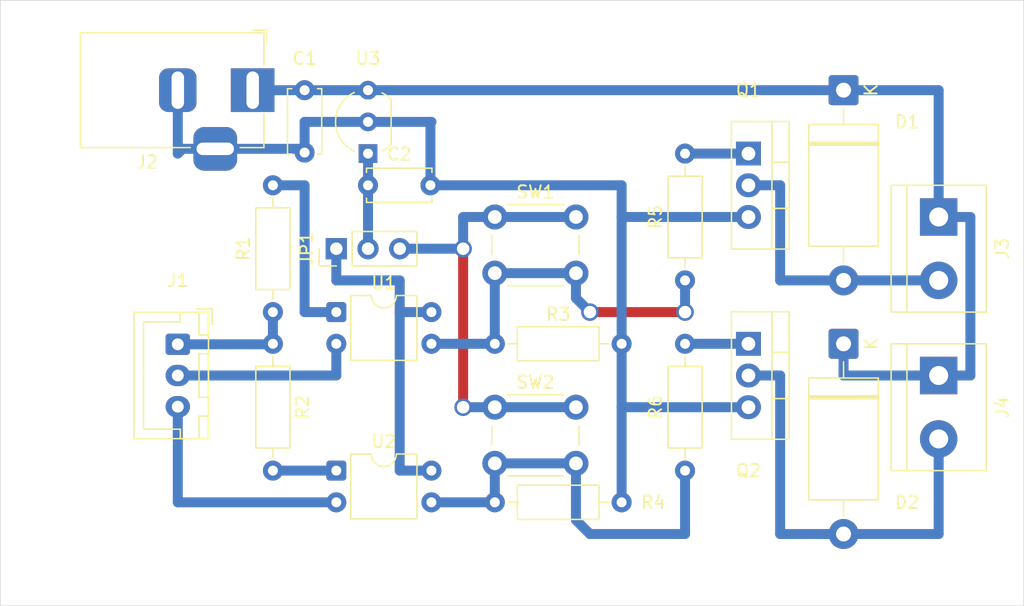
<source format=kicad_pcb>
(kicad_pcb (version 20241229) (generator "pcbnew") (generator_version "9.0")
  (layers (0 "F.Cu" signal) (2 "B.Cu" signal) (13 "F.Paste" user) (15 "B.Paste" user) (5 "F.SilkS" user "F.Silkscreen") (7 "B.SilkS" user "B.Silkscreen") (1 "F.Mask" user) (3 "B.Mask" user) (25 "Edge.Cuts" user))
  (net 0 "")
  (net 1 "VDD")
  (net 2 "GNDPWR")
  (net 3 "+5V")
  (net 4 "Net-(D1-A)")
  (net 5 "Net-(D2-A)")
  (net 6 "Net-(J1-Pin_3)")
  (net 7 "+3V3")
  (net 8 "Net-(J1-Pin_2)")
  (net 9 "Net-(JP1-B)")
  (net 10 "Net-(JP1-A)")
  (net 11 "Net-(Q1-G)")
  (net 12 "Net-(Q2-G)")
  (net 13 "Net-(R1-Pad2)")
  (net 14 "Net-(R2-Pad2)")
  (net 15 "Net-(R3-Pad1)")
  (net 16 "Net-(R4-Pad1)")
  (footprint "Diode_THT:D_DO-27_P15.24mm_Horizontal" (layer "F.Cu") (at 162.56 76.2 -90)
    (property "Reference" "D1" (at 2.54 -5.08 180) (layer "F.SilkS"))
    (property "Value" "PG2010" (hide yes))
    (fp_line (start 1.44 0) (end 2.74 0) (stroke (width 0.12)) (layer "F.SilkS"))
    (fp_line (start 13.8 0) (end 12.5 0) (stroke (width 0.12)) (layer "F.SilkS"))
    (fp_line (start 4.168 -2.785) (end 4.168 2.785) (stroke (width 0.12)) (layer "F.SilkS"))
    (fp_line (start 4.288 -2.785) (end 4.288 2.785) (stroke (width 0.12)) (layer "F.SilkS"))
    (fp_line (start 4.408 -2.785) (end 4.408 2.785) (stroke (width 0.12)) (layer "F.SilkS"))
    (fp_rect (start 2.74 -2.785) (end 12.5 2.785) (stroke (width 0.12)) (fill no) (layer "F.SilkS"))
    (fp_text user "K" (at 0 -2.2 90) (layer "F.SilkS"))
    (pad "1" thru_hole roundrect (at 0 0 270) (size 2.4 2.4) (drill 1.2) (layers "*.Cu" "*.Mask") (roundrect_rratio 0.104167) (net 1 "VDD"))
    (pad "2" thru_hole circle (at 15.24 0 270) (size 2.4 2.4) (drill 1.2) (layers "*.Cu" "*.Mask") (net 4 "Net-(D1-A)"))
  )
  (footprint "Package_TO_SOT_THT:TO-220-3_Vertical" (layer "F.Cu") (at 154.94 81.28 -90)
    (property "Reference" "Q1" (at -5.08 0 180) (layer "F.SilkS"))
    (property "Value" "2SK4017" (hide yes))
    (fp_line (start -2.57 1.36) (end -2.57 -3.26) (stroke (width 0.12)) (layer "F.SilkS"))
    (fp_line (start 7.65 1.36) (end -2.57 1.36) (stroke (width 0.12)) (layer "F.SilkS"))
    (fp_line (start -2.57 -1.88) (end 7.65 -1.88) (stroke (width 0.12)) (layer "F.SilkS"))
    (fp_line (start -2.57 -3.26) (end 7.65 -3.26) (stroke (width 0.12)) (layer "F.SilkS"))
    (fp_line (start 0.69 -3.26) (end 0.69 -1.88) (stroke (width 0.12)) (layer "F.SilkS"))
    (fp_line (start 4.39 -3.26) (end 4.39 -1.88) (stroke (width 0.12)) (layer "F.SilkS"))
    (fp_line (start 7.65 -3.26) (end 7.65 1.36) (stroke (width 0.12)) (layer "F.SilkS"))
    (pad "1" thru_hole rect (at 0 0 270) (size 1.905 2) (drill 1.1) (layers "*.Cu" "*.Mask") (net 11 "Net-(Q1-G)"))
    (pad "2" thru_hole oval (at 2.54 0 270) (size 1.905 2) (drill 1.1) (layers "*.Cu" "*.Mask") (net 4 "Net-(D1-A)"))
    (pad "3" thru_hole oval (at 5.08 0 270) (size 1.905 2) (drill 1.1) (layers "*.Cu" "*.Mask") (net 2 "GNDPWR"))
  )
  (footprint "TerminalBlock:TerminalBlock_bornier-2_P5.08mm" (layer "F.Cu") (at 170.18 86.36 -90)
    (property "Reference" "J3" (at 2.54 -5.08 90) (layer "F.SilkS"))
    (property "Value" "TB112-2-2-E-1" (hide yes))
    (fp_line (start -2.54 3.81) (end 7.62 3.81) (stroke (width 0.12)) (layer "F.SilkS"))
    (fp_line (start 7.62 3.81) (end 7.62 -3.81) (stroke (width 0.12)) (layer "F.SilkS"))
    (fp_line (start 7.62 2.54) (end -2.54 2.54) (stroke (width 0.12)) (layer "F.SilkS"))
    (fp_line (start -2.54 -3.81) (end -2.54 3.81) (stroke (width 0.12)) (layer "F.SilkS"))
    (fp_line (start 7.62 -3.81) (end -2.54 -3.81) (stroke (width 0.12)) (layer "F.SilkS"))
    (pad "1" thru_hole rect (at 0 0 270) (size 3 3) (drill 1.52) (layers "*.Cu" "*.Mask") (net 1 "VDD"))
    (pad "2" thru_hole circle (at 5.08 0 270) (size 3 3) (drill 1.52) (layers "*.Cu" "*.Mask") (net 4 "Net-(D1-A)"))
  )
  (footprint "Resistor_THT:R_Axial_DIN0207_L6.3mm_D2.5mm_P10.16mm_Horizontal" (layer "F.Cu") (at 134.62 109.22)
    (property "Reference" "R4" (at 12.7 0 0) (layer "F.SilkS"))
    (property "Value" "330" (hide yes))
    (fp_line (start 1.04 0) (end 1.81 0) (stroke (width 0.12)) (layer "F.SilkS"))
    (fp_line (start 9.12 0) (end 8.35 0) (stroke (width 0.12)) (layer "F.SilkS"))
    (fp_rect (start 1.81 -1.37) (end 8.35 1.37) (stroke (width 0.12)) (fill no) (layer "F.SilkS"))
    (pad "1" thru_hole circle (at 0 0) (size 1.6 1.6) (drill 0.8) (layers "*.Cu" "*.Mask") (net 16 "Net-(R4-Pad1)"))
    (pad "2" thru_hole circle (at 10.16 0) (size 1.6 1.6) (drill 0.8) (layers "*.Cu" "*.Mask") (net 2 "GNDPWR"))
  )
  (footprint "Package_DIP:DIP-4_W7.62mm" (layer "F.Cu") (at 121.92 106.68)
    (property "Reference" "U2" (at 3.81 -2.33 0) (layer "F.SilkS"))
    (property "Value" "TLP785(GB F)" (hide yes))
    (fp_line (start 1.16 -1.33) (end 1.16 3.87) (stroke (width 0.12)) (layer "F.SilkS"))
    (fp_line (start 1.16 3.87) (end 6.46 3.87) (stroke (width 0.12)) (layer "F.SilkS"))
    (fp_line (start 2.81 -1.33) (end 1.16 -1.33) (stroke (width 0.12)) (layer "F.SilkS"))
    (fp_line (start 6.46 -1.33) (end 4.81 -1.33) (stroke (width 0.12)) (layer "F.SilkS"))
    (fp_line (start 6.46 3.87) (end 6.46 -1.33) (stroke (width 0.12)) (layer "F.SilkS"))
    (fp_arc (start 4.81 -1.33) (mid 3.81 -0.33) (end 2.81 -1.33) (stroke (width 0.12)) (layer "F.SilkS"))
    (pad "1" thru_hole roundrect (at 0 0) (size 1.6 1.6) (drill 0.8) (layers "*.Cu" "*.Mask") (roundrect_rratio 0.15625) (net 14 "Net-(R2-Pad2)"))
    (pad "2" thru_hole circle (at 0 2.54) (size 1.6 1.6) (drill 0.8) (layers "*.Cu" "*.Mask") (net 6 "Net-(J1-Pin_3)"))
    (pad "3" thru_hole circle (at 7.62 2.54) (size 1.6 1.6) (drill 0.8) (layers "*.Cu" "*.Mask") (net 16 "Net-(R4-Pad1)"))
    (pad "4" thru_hole circle (at 7.62 0) (size 1.6 1.6) (drill 0.8) (layers "*.Cu" "*.Mask") (net 10 "Net-(JP1-A)"))
  )
  (footprint "Capacitor_THT:C_Disc_D5.0mm_W2.5mm_P5.00mm" (layer "F.Cu") (at 124.46 83.82)
    (property "Reference" "C2" (at 2.5 -2.5 0) (layer "F.SilkS"))
    (property "Value" "0.1u 50V" (hide yes))
    (fp_line (start -0.12 -1.37) (end 5.12 -1.37) (stroke (width 0.12)) (layer "F.SilkS"))
    (fp_line (start -0.12 -1.033) (end -0.12 -1.37) (stroke (width 0.12)) (layer "F.SilkS"))
    (fp_line (start -0.12 1.37) (end -0.12 1.033) (stroke (width 0.12)) (layer "F.SilkS"))
    (fp_line (start 5.12 -1.37) (end 5.12 -1.033) (stroke (width 0.12)) (layer "F.SilkS"))
    (fp_line (start 5.12 1.033) (end 5.12 1.37) (stroke (width 0.12)) (layer "F.SilkS"))
    (fp_line (start 5.12 1.37) (end -0.12 1.37) (stroke (width 0.12)) (layer "F.SilkS"))
    (pad "1" thru_hole circle (at 0 0) (size 1.6 1.6) (drill 0.8) (layers "*.Cu" "*.Mask") (net 3 "+5V"))
    (pad "2" thru_hole circle (at 5 0) (size 1.6 1.6) (drill 0.8) (layers "*.Cu" "*.Mask") (net 2 "GNDPWR"))
  )
  (footprint "Resistor_THT:R_Axial_DIN0207_L6.3mm_D2.5mm_P10.16mm_Horizontal" (layer "F.Cu") (at 149.86 91.44 90)
    (property "Reference" "R5" (at 5.08 -2.37 90) (layer "F.SilkS"))
    (property "Value" "820" (hide yes))
    (fp_line (start 9.12 0) (end 8.35 0) (stroke (width 0.12)) (layer "F.SilkS"))
    (fp_line (start 1.04 0) (end 1.81 0) (stroke (width 0.12)) (layer "F.SilkS"))
    (fp_rect (start 1.81 -1.37) (end 8.35 1.37) (stroke (width 0.12)) (fill no) (layer "F.SilkS"))
    (pad "1" thru_hole circle (at 0 0 90) (size 1.6 1.6) (drill 0.8) (layers "*.Cu" "*.Mask") (net 15 "Net-(R3-Pad1)"))
    (pad "2" thru_hole circle (at 10.16 0 90) (size 1.6 1.6) (drill 0.8) (layers "*.Cu" "*.Mask") (net 11 "Net-(Q1-G)"))
  )
  (footprint "Capacitor_THT:C_Disc_D5.0mm_W2.5mm_P5.00mm" (layer "F.Cu") (at 119.38 76.2 -90)
    (property "Reference" "C1" (at -2.54 0 180) (layer "F.SilkS"))
    (property "Value" "0.33u 50V" (hide yes))
    (fp_line (start -0.12 1.37) (end -0.12 1.033) (stroke (width 0.12)) (layer "F.SilkS"))
    (fp_line (start 5.12 1.37) (end -0.12 1.37) (stroke (width 0.12)) (layer "F.SilkS"))
    (fp_line (start 5.12 1.033) (end 5.12 1.37) (stroke (width 0.12)) (layer "F.SilkS"))
    (fp_line (start -0.12 -1.033) (end -0.12 -1.37) (stroke (width 0.12)) (layer "F.SilkS"))
    (fp_line (start -0.12 -1.37) (end 5.12 -1.37) (stroke (width 0.12)) (layer "F.SilkS"))
    (fp_line (start 5.12 -1.37) (end 5.12 -1.033) (stroke (width 0.12)) (layer "F.SilkS"))
    (pad "1" thru_hole circle (at 0 0 270) (size 1.6 1.6) (drill 0.8) (layers "*.Cu" "*.Mask") (net 1 "VDD"))
    (pad "2" thru_hole circle (at 5 0 270) (size 1.6 1.6) (drill 0.8) (layers "*.Cu" "*.Mask") (net 2 "GNDPWR"))
  )
  (footprint "Button_Switch_THT:SW_PUSH_6mm_H5mm" (layer "F.Cu") (at 134.62 101.6)
    (property "Reference" "SW2" (at 3.25 -2 0) (layer "F.SilkS"))
    (property "Value" "SW_Push" (hide yes))
    (fp_line (start -0.25 1.5) (end -0.25 3) (stroke (width 0.12)) (layer "F.SilkS"))
    (fp_line (start 1 5.5) (end 5.5 5.5) (stroke (width 0.12)) (layer "F.SilkS"))
    (fp_line (start 5.5 -1) (end 1 -1) (stroke (width 0.12)) (layer "F.SilkS"))
    (fp_line (start 6.75 3) (end 6.75 1.5) (stroke (width 0.12)) (layer "F.SilkS"))
    (pad "1" thru_hole circle (at 0 0 90) (size 2 2) (drill 1.1) (layers "*.Cu" "*.Mask") (net 9 "Net-(JP1-B)"))
    (pad "1" thru_hole circle (at 6.5 0 90) (size 2 2) (drill 1.1) (layers "*.Cu" "*.Mask") (net 9 "Net-(JP1-B)"))
    (pad "2" thru_hole circle (at 0 4.5 90) (size 2 2) (drill 1.1) (layers "*.Cu" "*.Mask") (net 16 "Net-(R4-Pad1)"))
    (pad "2" thru_hole circle (at 6.5 4.5 90) (size 2 2) (drill 1.1) (layers "*.Cu" "*.Mask") (net 16 "Net-(R4-Pad1)"))
  )
  (footprint "Package_TO_SOT_THT:TO-92_Inline_Wide" (layer "F.Cu") (at 124.46 81.28 90)
    (property "Reference" "U3" (at 7.62 0 180) (layer "F.SilkS"))
    (property "Value" "L78L05_TO92" (hide yes))
    (fp_line (start 0.74 1.85) (end 4.34 1.85) (stroke (width 0.12)) (layer "F.SilkS"))
    (fp_arc (start 2.54 -2.6) (mid 3.936979 -2.192818) (end 4.8964 -1.098807) (stroke (width 0.12)) (layer "F.SilkS"))
    (fp_arc (start 0.1836 -1.098807) (mid 1.143021 -2.192817) (end 2.54 -2.6) (stroke (width 0.12)) (layer "F.SilkS"))
    (fp_arc (start 4.864184 1.122795) (mid 4.633903 1.509328) (end 4.34 1.85) (stroke (width 0.12)) (layer "F.SilkS"))
    (fp_arc (start 0.74 1.85) (mid 0.446097 1.509328) (end 0.215816 1.122795) (stroke (width 0.12)) (layer "F.SilkS"))
    (pad "1" thru_hole rect (at 0 0 90) (size 1.5 1.5) (drill 0.8) (layers "*.Cu" "*.Mask") (net 3 "+5V"))
    (pad "2" thru_hole circle (at 2.54 0 90) (size 1.5 1.5) (drill 0.8) (layers "*.Cu" "*.Mask") (net 2 "GNDPWR"))
    (pad "3" thru_hole circle (at 5.08 0 90) (size 1.5 1.5) (drill 0.8) (layers "*.Cu" "*.Mask") (net 1 "VDD"))
  )
  (footprint "Resistor_THT:R_Axial_DIN0207_L6.3mm_D2.5mm_P10.16mm_Horizontal" (layer "F.Cu") (at 116.84 96.52 -90)
    (property "Reference" "R2" (at 5.08 -2.37 90) (layer "F.SilkS"))
    (property "Value" "120" (hide yes))
    (fp_line (start 1.04 0) (end 1.81 0) (stroke (width 0.12)) (layer "F.SilkS"))
    (fp_line (start 9.12 0) (end 8.35 0) (stroke (width 0.12)) (layer "F.SilkS"))
    (fp_rect (start 1.81 -1.37) (end 8.35 1.37) (stroke (width 0.12)) (fill no) (layer "F.SilkS"))
    (pad "1" thru_hole circle (at 0 0 270) (size 1.6 1.6) (drill 0.8) (layers "*.Cu" "*.Mask") (net 7 "+3V3"))
    (pad "2" thru_hole circle (at 10.16 0 270) (size 1.6 1.6) (drill 0.8) (layers "*.Cu" "*.Mask") (net 14 "Net-(R2-Pad2)"))
  )
  (footprint "Connector_BarrelJack:BarrelJack_Horizontal" (layer "F.Cu") (at 115.22 76.2)
    (property "Reference" "J2" (at -8.45 5.75 0) (layer "F.SilkS"))
    (property "Value" "Barrel_Jack_Switch")
    (fp_line (start -13.8 -4.6) (end 0.9 -4.6) (stroke (width 0.12)) (layer "F.SilkS"))
    (fp_line (start -13.8 4.6) (end -13.8 -4.6) (stroke (width 0.12)) (layer "F.SilkS"))
    (fp_line (start -5 4.6) (end -13.8 4.6) (stroke (width 0.12)) (layer "F.SilkS"))
    (fp_line (start 0.05 -4.8) (end 1.1 -4.8) (stroke (width 0.12)) (layer "F.SilkS"))
    (fp_line (start 0.9 -4.6) (end 0.9 -2) (stroke (width 0.12)) (layer "F.SilkS"))
    (fp_line (start 0.9 1.9) (end 0.9 4.6) (stroke (width 0.12)) (layer "F.SilkS"))
    (fp_line (start 0.9 4.6) (end -1 4.6) (stroke (width 0.12)) (layer "F.SilkS"))
    (fp_line (start 1.1 -3.75) (end 1.1 -4.8) (stroke (width 0.12)) (layer "F.SilkS"))
    (pad "1" thru_hole rect (at 0 0) (size 3.5 3.5) (drill oval 1 3) (layers "*.Cu" "*.Mask") (net 1 "VDD"))
    (pad "2" thru_hole roundrect (at -6 0) (size 3 3.5) (drill oval 1 3) (layers "*.Cu" "*.Mask") (net 2 "GNDPWR"))
    (pad "3" thru_hole roundrect (at -3 4.7) (size 3.5 3.5) (drill oval 3 1) (layers "*.Cu" "*.Mask") (net 2 "GNDPWR"))
  )
  (footprint "Diode_THT:D_DO-27_P15.24mm_Horizontal" (layer "F.Cu") (at 162.56 96.52 -90)
    (property "Reference" "D2" (at 12.7 -5.08 180) (layer "F.SilkS"))
    (property "Value" "PG2010" (hide yes))
    (fp_line (start 1.44 0) (end 2.74 0) (stroke (width 0.12)) (layer "F.SilkS"))
    (fp_line (start 13.8 0) (end 12.5 0) (stroke (width 0.12)) (layer "F.SilkS"))
    (fp_line (start 4.168 -2.785) (end 4.168 2.785) (stroke (width 0.12)) (layer "F.SilkS"))
    (fp_line (start 4.288 -2.785) (end 4.288 2.785) (stroke (width 0.12)) (layer "F.SilkS"))
    (fp_line (start 4.408 -2.785) (end 4.408 2.785) (stroke (width 0.12)) (layer "F.SilkS"))
    (fp_rect (start 2.74 -2.785) (end 12.5 2.785) (stroke (width 0.12)) (fill no) (layer "F.SilkS"))
    (fp_text user "K" (at 0 -2.2 90) (layer "F.SilkS"))
    (pad "1" thru_hole roundrect (at 0 0 270) (size 2.4 2.4) (drill 1.2) (layers "*.Cu" "*.Mask") (roundrect_rratio 0.104167) (net 1 "VDD"))
    (pad "2" thru_hole circle (at 15.24 0 270) (size 2.4 2.4) (drill 1.2) (layers "*.Cu" "*.Mask") (net 5 "Net-(D2-A)"))
  )
  (footprint "TerminalBlock:TerminalBlock_bornier-2_P5.08mm" (layer "F.Cu") (at 170.18 99.06 -90)
    (property "Reference" "J4" (at 2.54 -5.08 90) (layer "F.SilkS"))
    (property "Value" "TB112-2-2-E-1" (hide yes))
    (fp_line (start -2.54 3.81) (end 7.62 3.81) (stroke (width 0.12)) (layer "F.SilkS"))
    (fp_line (start 7.62 3.81) (end 7.62 -3.81) (stroke (width 0.12)) (layer "F.SilkS"))
    (fp_line (start 7.62 2.54) (end -2.54 2.54) (stroke (width 0.12)) (layer "F.SilkS"))
    (fp_line (start -2.54 -3.81) (end -2.54 3.81) (stroke (width 0.12)) (layer "F.SilkS"))
    (fp_line (start 7.62 -3.81) (end -2.54 -3.81) (stroke (width 0.12)) (layer "F.SilkS"))
    (pad "1" thru_hole rect (at 0 0 270) (size 3 3) (drill 1.52) (layers "*.Cu" "*.Mask") (net 1 "VDD"))
    (pad "2" thru_hole circle (at 5.08 0 270) (size 3 3) (drill 1.52) (layers "*.Cu" "*.Mask") (net 5 "Net-(D2-A)"))
  )
  (footprint "Connector_PinHeader_2.54mm:PinHeader_1x03_P2.54mm_Vertical" (layer "F.Cu") (at 121.92 88.9 90)
    (property "Reference" "JP1" (at 0 -2.38 90) (layer "F.SilkS"))
    (property "Value" "Jumper_3_Open" (hide yes))
    (fp_line (start -1.38 -1.38) (end 0 -1.38) (stroke (width 0.12)) (layer "F.SilkS"))
    (fp_line (start -1.38 0) (end -1.38 -1.38) (stroke (width 0.12)) (layer "F.SilkS"))
    (fp_line (start 1.38 1.27) (end 1.38 6.46) (stroke (width 0.12)) (layer "F.SilkS"))
    (fp_line (start -1.38 1.27) (end 1.38 1.27) (stroke (width 0.12)) (layer "F.SilkS"))
    (fp_line (start -1.38 1.27) (end -1.38 6.46) (stroke (width 0.12)) (layer "F.SilkS"))
    (fp_line (start -1.38 6.46) (end 1.38 6.46) (stroke (width 0.12)) (layer "F.SilkS"))
    (pad "1" thru_hole rect (at 0 0 90) (size 1.7 1.7) (drill 1) (layers "*.Cu" "*.Mask") (net 10 "Net-(JP1-A)"))
    (pad "2" thru_hole circle (at 0 2.54 90) (size 1.7 1.7) (drill 1) (layers "*.Cu" "*.Mask") (net 3 "+5V"))
    (pad "3" thru_hole circle (at 0 5.08 90) (size 1.7 1.7) (drill 1) (layers "*.Cu" "*.Mask") (net 9 "Net-(JP1-B)"))
  )
  (footprint "Resistor_THT:R_Axial_DIN0207_L6.3mm_D2.5mm_P10.16mm_Horizontal" (layer "F.Cu") (at 134.62 96.52)
    (property "Reference" "R3" (at 5.08 -2.37 0) (layer "F.SilkS"))
    (property "Value" "330" (hide yes))
    (fp_line (start 1.04 0) (end 1.81 0) (stroke (width 0.12)) (layer "F.SilkS"))
    (fp_line (start 9.12 0) (end 8.35 0) (stroke (width 0.12)) (layer "F.SilkS"))
    (fp_rect (start 1.81 -1.37) (end 8.35 1.37) (stroke (width 0.12)) (fill no) (layer "F.SilkS"))
    (pad "1" thru_hole circle (at 0 0) (size 1.6 1.6) (drill 0.8) (layers "*.Cu" "*.Mask") (net 15 "Net-(R3-Pad1)"))
    (pad "2" thru_hole circle (at 10.16 0) (size 1.6 1.6) (drill 0.8) (layers "*.Cu" "*.Mask") (net 2 "GNDPWR"))
  )
  (footprint "Resistor_THT:R_Axial_DIN0207_L6.3mm_D2.5mm_P10.16mm_Horizontal" (layer "F.Cu") (at 116.84 93.98 90)
    (property "Reference" "R1" (at 5.08 -2.37 90) (layer "F.SilkS"))
    (property "Value" "120" (hide yes))
    (fp_line (start 9.12 0) (end 8.35 0) (stroke (width 0.12)) (layer "F.SilkS"))
    (fp_line (start 1.04 0) (end 1.81 0) (stroke (width 0.12)) (layer "F.SilkS"))
    (fp_rect (start 1.81 -1.37) (end 8.35 1.37) (stroke (width 0.12)) (fill no) (layer "F.SilkS"))
    (pad "1" thru_hole circle (at 0 0 90) (size 1.6 1.6) (drill 0.8) (layers "*.Cu" "*.Mask") (net 7 "+3V3"))
    (pad "2" thru_hole circle (at 10.16 0 90) (size 1.6 1.6) (drill 0.8) (layers "*.Cu" "*.Mask") (net 13 "Net-(R1-Pad2)"))
  )
  (footprint "Package_DIP:DIP-4_W7.62mm" (layer "F.Cu") (at 121.92 93.98)
    (property "Reference" "U1" (at 3.81 -2.33 0) (layer "F.SilkS"))
    (property "Value" "TLP785(GB F)" (hide yes))
    (fp_line (start 1.16 -1.33) (end 1.16 3.87) (stroke (width 0.12)) (layer "F.SilkS"))
    (fp_line (start 1.16 3.87) (end 6.46 3.87) (stroke (width 0.12)) (layer "F.SilkS"))
    (fp_line (start 2.81 -1.33) (end 1.16 -1.33) (stroke (width 0.12)) (layer "F.SilkS"))
    (fp_line (start 6.46 -1.33) (end 4.81 -1.33) (stroke (width 0.12)) (layer "F.SilkS"))
    (fp_line (start 6.46 3.87) (end 6.46 -1.33) (stroke (width 0.12)) (layer "F.SilkS"))
    (fp_arc (start 4.81 -1.33) (mid 3.81 -0.33) (end 2.81 -1.33) (stroke (width 0.12)) (layer "F.SilkS"))
    (pad "1" thru_hole roundrect (at 0 0) (size 1.6 1.6) (drill 0.8) (layers "*.Cu" "*.Mask") (roundrect_rratio 0.15625) (net 13 "Net-(R1-Pad2)"))
    (pad "2" thru_hole circle (at 0 2.54) (size 1.6 1.6) (drill 0.8) (layers "*.Cu" "*.Mask") (net 8 "Net-(J1-Pin_2)"))
    (pad "3" thru_hole circle (at 7.62 2.54) (size 1.6 1.6) (drill 0.8) (layers "*.Cu" "*.Mask") (net 15 "Net-(R3-Pad1)"))
    (pad "4" thru_hole circle (at 7.62 0) (size 1.6 1.6) (drill 0.8) (layers "*.Cu" "*.Mask") (net 10 "Net-(JP1-A)"))
  )
  (footprint "Package_TO_SOT_THT:TO-220-3_Vertical" (layer "F.Cu") (at 154.94 96.52 -90)
    (property "Reference" "Q2" (at 10.16 0 180) (layer "F.SilkS"))
    (property "Value" "2SK4017" (hide yes))
    (fp_line (start -2.57 1.36) (end -2.57 -3.26) (stroke (width 0.12)) (layer "F.SilkS"))
    (fp_line (start 7.65 1.36) (end -2.57 1.36) (stroke (width 0.12)) (layer "F.SilkS"))
    (fp_line (start -2.57 -1.88) (end 7.65 -1.88) (stroke (width 0.12)) (layer "F.SilkS"))
    (fp_line (start -2.57 -3.26) (end 7.65 -3.26) (stroke (width 0.12)) (layer "F.SilkS"))
    (fp_line (start 0.69 -3.26) (end 0.69 -1.88) (stroke (width 0.12)) (layer "F.SilkS"))
    (fp_line (start 4.39 -3.26) (end 4.39 -1.88) (stroke (width 0.12)) (layer "F.SilkS"))
    (fp_line (start 7.65 -3.26) (end 7.65 1.36) (stroke (width 0.12)) (layer "F.SilkS"))
    (pad "1" thru_hole rect (at 0 0 270) (size 1.905 2) (drill 1.1) (layers "*.Cu" "*.Mask") (net 12 "Net-(Q2-G)"))
    (pad "2" thru_hole oval (at 2.54 0 270) (size 1.905 2) (drill 1.1) (layers "*.Cu" "*.Mask") (net 5 "Net-(D2-A)"))
    (pad "3" thru_hole oval (at 5.08 0 270) (size 1.905 2) (drill 1.1) (layers "*.Cu" "*.Mask") (net 2 "GNDPWR"))
  )
  (footprint "Resistor_THT:R_Axial_DIN0207_L6.3mm_D2.5mm_P10.16mm_Horizontal" (layer "F.Cu") (at 149.86 106.68 90)
    (property "Reference" "R6" (at 5.08 -2.37 90) (layer "F.SilkS"))
    (property "Value" "820" (hide yes))
    (fp_line (start 9.12 0) (end 8.35 0) (stroke (width 0.12)) (layer "F.SilkS"))
    (fp_line (start 1.04 0) (end 1.81 0) (stroke (width 0.12)) (layer "F.SilkS"))
    (fp_rect (start 1.81 -1.37) (end 8.35 1.37) (stroke (width 0.12)) (fill no) (layer "F.SilkS"))
    (pad "1" thru_hole circle (at 0 0 90) (size 1.6 1.6) (drill 0.8) (layers "*.Cu" "*.Mask") (net 16 "Net-(R4-Pad1)"))
    (pad "2" thru_hole circle (at 10.16 0 90) (size 1.6 1.6) (drill 0.8) (layers "*.Cu" "*.Mask") (net 12 "Net-(Q2-G)"))
  )
  (footprint "Button_Switch_THT:SW_PUSH_6mm_H5mm" (layer "F.Cu") (at 134.62 86.36)
    (property "Reference" "SW1" (at 3.25 -2 0) (layer "F.SilkS"))
    (property "Value" "SW_Push" (hide yes))
    (fp_line (start -0.25 1.5) (end -0.25 3) (stroke (width 0.12)) (layer "F.SilkS"))
    (fp_line (start 1 5.5) (end 5.5 5.5) (stroke (width 0.12)) (layer "F.SilkS"))
    (fp_line (start 5.5 -1) (end 1 -1) (stroke (width 0.12)) (layer "F.SilkS"))
    (fp_line (start 6.75 3) (end 6.75 1.5) (stroke (width 0.12)) (layer "F.SilkS"))
    (pad "1" thru_hole circle (at 0 0 90) (size 2 2) (drill 1.1) (layers "*.Cu" "*.Mask") (net 9 "Net-(JP1-B)"))
    (pad "1" thru_hole circle (at 6.5 0 90) (size 2 2) (drill 1.1) (layers "*.Cu" "*.Mask") (net 9 "Net-(JP1-B)"))
    (pad "2" thru_hole circle (at 0 4.5 90) (size 2 2) (drill 1.1) (layers "*.Cu" "*.Mask") (net 15 "Net-(R3-Pad1)"))
    (pad "2" thru_hole circle (at 6.5 4.5 90) (size 2 2) (drill 1.1) (layers "*.Cu" "*.Mask") (net 15 "Net-(R3-Pad1)"))
  )
  (footprint "Connector_JST:JST_XH_B3B-XH-A_1x03_P2.50mm_Vertical" (layer "F.Cu") (at 109.22 96.56 -90)
    (property "Reference" "J1" (at -5.12 0 180) (layer "F.SilkS"))
    (property "Value" "B3B-XH-A" (hide yes))
    (fp_line (start -2.56 3.51) (end 7.56 3.51) (stroke (width 0.12)) (layer "F.SilkS"))
    (fp_line (start 7.56 3.51) (end 7.56 -2.46) (stroke (width 0.12)) (layer "F.SilkS"))
    (fp_line (start -1.8 2.75) (end 2.5 2.75) (stroke (width 0.12)) (layer "F.SilkS"))
    (fp_line (start 6.8 2.75) (end 2.5 2.75) (stroke (width 0.12)) (layer "F.SilkS"))
    (fp_line (start -2.55 -0.2) (end -1.8 -0.2) (stroke (width 0.12)) (layer "F.SilkS"))
    (fp_line (start -1.8 -0.2) (end -1.8 2.75) (stroke (width 0.12)) (layer "F.SilkS"))
    (fp_line (start 6.8 -0.2) (end 6.8 2.75) (stroke (width 0.12)) (layer "F.SilkS"))
    (fp_line (start 7.55 -0.2) (end 6.8 -0.2) (stroke (width 0.12)) (layer "F.SilkS"))
    (fp_line (start -2.55 -1.7) (end -0.75 -1.7) (stroke (width 0.12)) (layer "F.SilkS"))
    (fp_line (start -0.75 -1.7) (end -0.75 -2.45) (stroke (width 0.12)) (layer "F.SilkS"))
    (fp_line (start 0.75 -1.7) (end 4.25 -1.7) (stroke (width 0.12)) (layer "F.SilkS"))
    (fp_line (start 4.25 -1.7) (end 4.25 -2.45) (stroke (width 0.12)) (layer "F.SilkS"))
    (fp_line (start 5.75 -1.7) (end 7.55 -1.7) (stroke (width 0.12)) (layer "F.SilkS"))
    (fp_line (start 7.55 -1.7) (end 7.55 -2.45) (stroke (width 0.12)) (layer "F.SilkS"))
    (fp_line (start -2.55 -2.45) (end -2.55 -1.7) (stroke (width 0.12)) (layer "F.SilkS"))
    (fp_line (start -0.75 -2.45) (end -2.55 -2.45) (stroke (width 0.12)) (layer "F.SilkS"))
    (fp_line (start 0.75 -2.45) (end 0.75 -1.7) (stroke (width 0.12)) (layer "F.SilkS"))
    (fp_line (start 4.25 -2.45) (end 0.75 -2.45) (stroke (width 0.12)) (layer "F.SilkS"))
    (fp_line (start 5.75 -2.45) (end 5.75 -1.7) (stroke (width 0.12)) (layer "F.SilkS"))
    (fp_line (start 7.55 -2.45) (end 5.75 -2.45) (stroke (width 0.12)) (layer "F.SilkS"))
    (fp_line (start -2.56 -2.46) (end -2.56 3.51) (stroke (width 0.12)) (layer "F.SilkS"))
    (fp_line (start 7.56 -2.46) (end -2.56 -2.46) (stroke (width 0.12)) (layer "F.SilkS"))
    (fp_line (start -2.85 -2.75) (end -2.85 -1.5) (stroke (width 0.12)) (layer "F.SilkS"))
    (fp_line (start -1.6 -2.75) (end -2.85 -2.75) (stroke (width 0.12)) (layer "F.SilkS"))
    (pad "1" thru_hole roundrect (at 0 0 270) (size 1.7 1.95) (drill 0.95) (layers "*.Cu" "*.Mask") (roundrect_rratio 0.147059) (net 7 "+3V3"))
    (pad "2" thru_hole oval (at 2.5 0 270) (size 1.7 1.95) (drill 0.95) (layers "*.Cu" "*.Mask") (net 8 "Net-(J1-Pin_2)"))
    (pad "3" thru_hole oval (at 5 0 270) (size 1.7 1.95) (drill 0.95) (layers "*.Cu" "*.Mask") (net 6 "Net-(J1-Pin_3)"))
  )
  (gr_rect (start 95 69) (end 177 117.5) (stroke (width 0.05)) (fill no) (layer "Edge.Cuts"))
  (segment (start 119.38 76.2) (end 124.46 76.2) (width 0.8) (layer "B.Cu") (net 1))
  (segment (start 172.72 99.06) (end 170.18 99.06) (width 0.8) (layer "B.Cu") (net 1))
  (segment (start 115.22 76.2) (end 119.38 76.2) (width 0.8) (layer "B.Cu") (net 1))
  (segment (start 170.18 76.2) (end 124.46 76.2) (width 0.8) (layer "B.Cu") (net 1))
  (segment (start 170.18 86.36) (end 170.18 76.2) (width 0.8) (layer "B.Cu") (net 1))
  (segment (start 170.18 86.36) (end 172.72 86.36) (width 0.8) (layer "B.Cu") (net 1))
  (segment (start 162.56 99.06) (end 170.18 99.06) (width 0.8) (layer "B.Cu") (net 1))
  (segment (start 162.56 96.52) (end 162.56 99.06) (width 0.8) (layer "B.Cu") (net 1))
  (segment (start 172.72 86.36) (end 172.72 99.06) (width 0.8) (layer "B.Cu") (net 1))
  (segment (start 109.22 76.2) (end 109.22 81.28) (width 0.8) (layer "B.Cu") (net 2))
  (segment (start 119.38 81.2) (end 119.38 78.74) (width 0.8) (layer "B.Cu") (net 2))
  (segment (start 109.22 81.28) (end 109.6 80.9) (width 0.8) (layer "B.Cu") (net 2))
  (segment (start 144.78 109.22) (end 144.78 101.6) (width 0.8) (layer "B.Cu") (net 2))
  (segment (start 129.46 83.82) (end 144.78 83.82) (width 0.8) (layer "B.Cu") (net 2))
  (segment (start 112.22 80.9) (end 119.08 80.9) (width 0.8) (layer "B.Cu") (net 2))
  (segment (start 129.54 78.74) (end 129.46 78.82) (width 0.8) (layer "B.Cu") (net 2))
  (segment (start 154.94 86.36) (end 144.78 86.36) (width 0.8) (layer "B.Cu") (net 2))
  (segment (start 109.6 80.9) (end 112.22 80.9) (width 0.8) (layer "B.Cu") (net 2))
  (segment (start 129.46 78.82) (end 129.46 83.82) (width 0.8) (layer "B.Cu") (net 2))
  (segment (start 119.08 80.9) (end 119.38 81.2) (width 0.8) (layer "B.Cu") (net 2))
  (segment (start 144.78 86.36) (end 144.78 96.52) (width 0.8) (layer "B.Cu") (net 2))
  (segment (start 119.38 78.74) (end 124.46 78.74) (width 0.8) (layer "B.Cu") (net 2))
  (segment (start 144.78 101.6) (end 144.78 96.52) (width 0.8) (layer "B.Cu") (net 2))
  (segment (start 124.46 78.74) (end 129.54 78.74) (width 0.8) (layer "B.Cu") (net 2))
  (segment (start 144.78 83.82) (end 144.78 86.36) (width 0.8) (layer "B.Cu") (net 2))
  (segment (start 154.94 101.6) (end 144.78 101.6) (width 0.8) (layer "B.Cu") (net 2))
  (segment (start 124.46 81.28) (end 124.46 83.82) (width 0.8) (layer "B.Cu") (net 3))
  (segment (start 124.46 83.82) (end 124.46 88.9) (width 0.8) (layer "B.Cu") (net 3))
  (segment (start 154.94 83.82) (end 157.48 83.82) (width 0.8) (layer "B.Cu") (net 4))
  (segment (start 157.48 91.44) (end 162.56 91.44) (width 0.8) (layer "B.Cu") (net 4))
  (segment (start 170.18 91.44) (end 162.56 91.44) (width 0.8) (layer "B.Cu") (net 4))
  (segment (start 157.48 83.82) (end 157.48 91.44) (width 0.8) (layer "B.Cu") (net 4))
  (segment (start 170.18 111.76) (end 162.56 111.76) (width 0.8) (layer "B.Cu") (net 5))
  (segment (start 154.94 99.06) (end 157.48 99.06) (width 0.8) (layer "B.Cu") (net 5))
  (segment (start 157.48 99.06) (end 157.48 111.76) (width 0.8) (layer "B.Cu") (net 5))
  (segment (start 157.48 111.76) (end 162.56 111.76) (width 0.8) (layer "B.Cu") (net 5))
  (segment (start 170.18 104.14) (end 170.18 111.76) (width 0.8) (layer "B.Cu") (net 5))
  (segment (start 109.22 109.22) (end 109.22 101.56) (width 0.8) (layer "B.Cu") (net 6))
  (segment (start 121.92 109.22) (end 109.22 109.22) (width 0.8) (layer "B.Cu") (net 6))
  (segment (start 116.8 96.56) (end 116.84 96.52) (width 0.8) (layer "B.Cu") (net 7))
  (segment (start 109.22 96.56) (end 116.8 96.56) (width 0.8) (layer "B.Cu") (net 7))
  (segment (start 116.84 93.98) (end 116.84 96.52) (width 0.8) (layer "B.Cu") (net 7))
  (segment (start 121.92 96.52) (end 121.92 99.06) (width 0.8) (layer "B.Cu") (net 8))
  (segment (start 121.92 99.06) (end 109.22 99.06) (width 0.8) (layer "B.Cu") (net 8))
  (segment (start 132.08 101.6) (end 132.08 88.9) (width 0.8) (layer "F.Cu") (net 9))
  (via (at 132.08 88.9) (size 1.4) (drill 1) (layers "F.Cu" "B.Cu") (net 9))
  (via (at 132.08 101.6) (size 1.4) (drill 1) (layers "F.Cu" "B.Cu") (net 9))
  (segment (start 132.08 88.9) (end 132.08 86.36) (width 0.8) (layer "B.Cu") (net 9))
  (segment (start 132.08 86.36) (end 134.62 86.36) (width 0.8) (layer "B.Cu") (net 9))
  (segment (start 134.62 101.6) (end 141.12 101.6) (width 0.8) (layer "B.Cu") (net 9))
  (segment (start 127 88.9) (end 132.08 88.9) (width 0.8) (layer "B.Cu") (net 9))
  (segment (start 134.62 86.36) (end 141.12 86.36) (width 0.8) (layer "B.Cu") (net 9))
  (segment (start 134.62 101.6) (end 132.08 101.6) (width 0.8) (layer "B.Cu") (net 9))
  (segment (start 127 106.68) (end 129.54 106.68) (width 0.8) (layer "B.Cu") (net 10))
  (segment (start 121.92 91.44) (end 127 91.44) (width 0.8) (layer "B.Cu") (net 10))
  (segment (start 127 93.98) (end 127 106.68) (width 0.8) (layer "B.Cu") (net 10))
  (segment (start 127 91.44) (end 127 93.98) (width 0.8) (layer "B.Cu") (net 10))
  (segment (start 129.54 93.98) (end 127 93.98) (width 0.8) (layer "B.Cu") (net 10))
  (segment (start 121.92 88.9) (end 121.92 91.44) (width 0.8) (layer "B.Cu") (net 10))
  (segment (start 149.86 81.28) (end 154.94 81.28) (width 0.8) (layer "B.Cu") (net 11))
  (segment (start 149.86 96.52) (end 154.94 96.52) (width 0.8) (layer "B.Cu") (net 12))
  (segment (start 119.38 93.98) (end 119.38 83.82) (width 0.8) (layer "B.Cu") (net 13))
  (segment (start 121.92 93.98) (end 119.38 93.98) (width 0.8) (layer "B.Cu") (net 13))
  (segment (start 116.84 83.82) (end 119.38 83.82) (width 0.8) (layer "B.Cu") (net 13))
  (segment (start 116.84 106.68) (end 121.92 106.68) (width 0.8) (layer "B.Cu") (net 14))
  (segment (start 142.24 93.98) (end 149.86 93.98) (width 0.8) (layer "F.Cu") (net 15))
  (via (at 142.24 93.98) (size 1.4) (drill 1) (layers "F.Cu" "B.Cu") (net 15))
  (via (at 149.86 93.98) (size 1.4) (drill 1) (layers "F.Cu" "B.Cu") (net 15))
  (segment (start 141.12 90.86) (end 141.12 92.86) (width 0.8) (layer "B.Cu") (net 15))
  (segment (start 134.62 96.52) (end 134.62 90.86) (width 0.8) (layer "B.Cu") (net 15))
  (segment (start 134.62 90.86) (end 141.12 90.86) (width 0.8) (layer "B.Cu") (net 15))
  (segment (start 141.12 92.86) (end 142.24 93.98) (width 0.8) (layer "B.Cu") (net 15))
  (segment (start 149.86 93.98) (end 149.86 91.44) (width 0.8) (layer "B.Cu") (net 15))
  (segment (start 129.54 96.52) (end 132.08 96.52) (width 0.8) (layer "B.Cu") (net 15))
  (segment (start 132.08 96.52) (end 134.62 96.52) (width 0.8) (layer "B.Cu") (net 15))
  (segment (start 134.62 106.1) (end 134.62 109.22) (width 0.8) (layer "B.Cu") (net 16))
  (segment (start 142.24 111.76) (end 149.86 111.76) (width 0.8) (layer "B.Cu") (net 16))
  (segment (start 129.54 109.22) (end 134.62 109.22) (width 0.8) (layer "B.Cu") (net 16))
  (segment (start 134.62 106.1) (end 141.12 106.1) (width 0.8) (layer "B.Cu") (net 16))
  (segment (start 149.86 111.76) (end 149.86 106.68) (width 0.8) (layer "B.Cu") (net 16))
  (segment (start 141.12 106.1) (end 141.12 110.64) (width 0.8) (layer "B.Cu") (net 16))
  (segment (start 141.12 110.64) (end 142.24 111.76) (width 0.8) (layer "B.Cu") (net 16))
)
</source>
